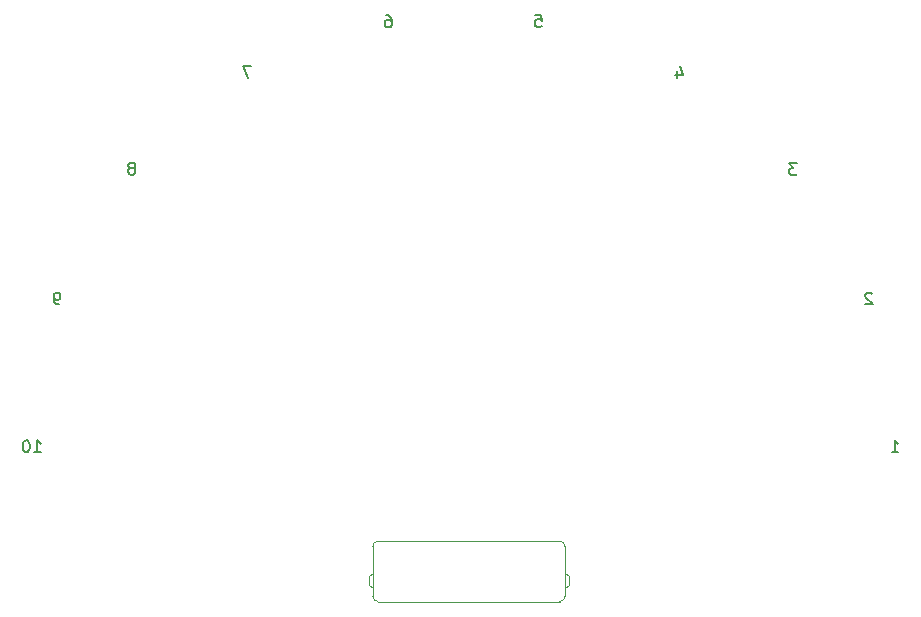
<source format=gbr>
G04 #@! TF.GenerationSoftware,KiCad,Pcbnew,(5.1.5)-3*
G04 #@! TF.CreationDate,2020-01-16T14:49:26-07:00*
G04 #@! TF.ProjectId,Station06,53746174-696f-46e3-9036-2e6b69636164,rev?*
G04 #@! TF.SameCoordinates,Original*
G04 #@! TF.FileFunction,Legend,Bot*
G04 #@! TF.FilePolarity,Positive*
%FSLAX46Y46*%
G04 Gerber Fmt 4.6, Leading zero omitted, Abs format (unit mm)*
G04 Created by KiCad (PCBNEW (5.1.5)-3) date 2020-01-16 14:49:26*
%MOMM*%
%LPD*%
G04 APERTURE LIST*
%ADD10C,0.150000*%
%ADD11C,0.120000*%
G04 APERTURE END LIST*
D10*
X103690476Y-89902380D02*
X104261904Y-89902380D01*
X103976190Y-89902380D02*
X103976190Y-88902380D01*
X104071428Y-89045238D01*
X104166666Y-89140476D01*
X104261904Y-89188095D01*
X103071428Y-88902380D02*
X102976190Y-88902380D01*
X102880952Y-88950000D01*
X102833333Y-88997619D01*
X102785714Y-89092857D01*
X102738095Y-89283333D01*
X102738095Y-89521428D01*
X102785714Y-89711904D01*
X102833333Y-89807142D01*
X102880952Y-89854761D01*
X102976190Y-89902380D01*
X103071428Y-89902380D01*
X103166666Y-89854761D01*
X103214285Y-89807142D01*
X103261904Y-89711904D01*
X103309523Y-89521428D01*
X103309523Y-89283333D01*
X103261904Y-89092857D01*
X103214285Y-88997619D01*
X103166666Y-88950000D01*
X103071428Y-88902380D01*
X105830476Y-77402380D02*
X105640000Y-77402380D01*
X105544761Y-77354761D01*
X105497142Y-77307142D01*
X105401904Y-77164285D01*
X105354285Y-76973809D01*
X105354285Y-76592857D01*
X105401904Y-76497619D01*
X105449523Y-76450000D01*
X105544761Y-76402380D01*
X105735238Y-76402380D01*
X105830476Y-76450000D01*
X105878095Y-76497619D01*
X105925714Y-76592857D01*
X105925714Y-76830952D01*
X105878095Y-76926190D01*
X105830476Y-76973809D01*
X105735238Y-77021428D01*
X105544761Y-77021428D01*
X105449523Y-76973809D01*
X105401904Y-76926190D01*
X105354285Y-76830952D01*
X112055238Y-65830952D02*
X112150476Y-65783333D01*
X112198095Y-65735714D01*
X112245714Y-65640476D01*
X112245714Y-65592857D01*
X112198095Y-65497619D01*
X112150476Y-65450000D01*
X112055238Y-65402380D01*
X111864761Y-65402380D01*
X111769523Y-65450000D01*
X111721904Y-65497619D01*
X111674285Y-65592857D01*
X111674285Y-65640476D01*
X111721904Y-65735714D01*
X111769523Y-65783333D01*
X111864761Y-65830952D01*
X112055238Y-65830952D01*
X112150476Y-65878571D01*
X112198095Y-65926190D01*
X112245714Y-66021428D01*
X112245714Y-66211904D01*
X112198095Y-66307142D01*
X112150476Y-66354761D01*
X112055238Y-66402380D01*
X111864761Y-66402380D01*
X111769523Y-66354761D01*
X111721904Y-66307142D01*
X111674285Y-66211904D01*
X111674285Y-66021428D01*
X111721904Y-65926190D01*
X111769523Y-65878571D01*
X111864761Y-65830952D01*
X122033333Y-57232380D02*
X121366666Y-57232380D01*
X121795238Y-58232380D01*
X133489523Y-52932380D02*
X133680000Y-52932380D01*
X133775238Y-52980000D01*
X133822857Y-53027619D01*
X133918095Y-53170476D01*
X133965714Y-53360952D01*
X133965714Y-53741904D01*
X133918095Y-53837142D01*
X133870476Y-53884761D01*
X133775238Y-53932380D01*
X133584761Y-53932380D01*
X133489523Y-53884761D01*
X133441904Y-53837142D01*
X133394285Y-53741904D01*
X133394285Y-53503809D01*
X133441904Y-53408571D01*
X133489523Y-53360952D01*
X133584761Y-53313333D01*
X133775238Y-53313333D01*
X133870476Y-53360952D01*
X133918095Y-53408571D01*
X133965714Y-53503809D01*
X146131904Y-52892380D02*
X146608095Y-52892380D01*
X146655714Y-53368571D01*
X146608095Y-53320952D01*
X146512857Y-53273333D01*
X146274761Y-53273333D01*
X146179523Y-53320952D01*
X146131904Y-53368571D01*
X146084285Y-53463809D01*
X146084285Y-53701904D01*
X146131904Y-53797142D01*
X146179523Y-53844761D01*
X146274761Y-53892380D01*
X146512857Y-53892380D01*
X146608095Y-53844761D01*
X146655714Y-53797142D01*
X158119523Y-57605714D02*
X158119523Y-58272380D01*
X158357619Y-57224761D02*
X158595714Y-57939047D01*
X157976666Y-57939047D01*
X168263333Y-65452380D02*
X167644285Y-65452380D01*
X167977619Y-65833333D01*
X167834761Y-65833333D01*
X167739523Y-65880952D01*
X167691904Y-65928571D01*
X167644285Y-66023809D01*
X167644285Y-66261904D01*
X167691904Y-66357142D01*
X167739523Y-66404761D01*
X167834761Y-66452380D01*
X168120476Y-66452380D01*
X168215714Y-66404761D01*
X168263333Y-66357142D01*
X174635714Y-76487619D02*
X174588095Y-76440000D01*
X174492857Y-76392380D01*
X174254761Y-76392380D01*
X174159523Y-76440000D01*
X174111904Y-76487619D01*
X174064285Y-76582857D01*
X174064285Y-76678095D01*
X174111904Y-76820952D01*
X174683333Y-77392380D01*
X174064285Y-77392380D01*
X176294285Y-89912380D02*
X176865714Y-89912380D01*
X176580000Y-89912380D02*
X176580000Y-88912380D01*
X176675238Y-89055238D01*
X176770476Y-89150476D01*
X176865714Y-89198095D01*
D11*
X132360000Y-97890000D02*
G75*
G02X132810000Y-97440000I450000J0D01*
G01*
X148190000Y-97440000D02*
G75*
G02X148640000Y-97890000I0J-450000D01*
G01*
X132810000Y-102560000D02*
G75*
G02X132360000Y-102110000I0J450000D01*
G01*
X148640000Y-102110000D02*
G75*
G02X148190000Y-102560000I-450000J0D01*
G01*
X148190000Y-102560000D02*
X132810000Y-102560000D01*
X148190000Y-97440000D02*
X132810000Y-97440000D01*
X132360000Y-102110000D02*
X132360000Y-97890000D01*
X148640000Y-97890000D02*
X148640000Y-102110000D01*
X148960000Y-100370000D02*
X148960000Y-101170000D01*
X148960000Y-101170000D02*
X148640000Y-101370000D01*
X132040000Y-101170000D02*
X132360000Y-101370000D01*
X132040000Y-100370000D02*
X132040000Y-101170000D01*
X132040000Y-100370000D02*
X132360000Y-100170000D01*
X148960000Y-100370000D02*
X148640000Y-100170000D01*
M02*

</source>
